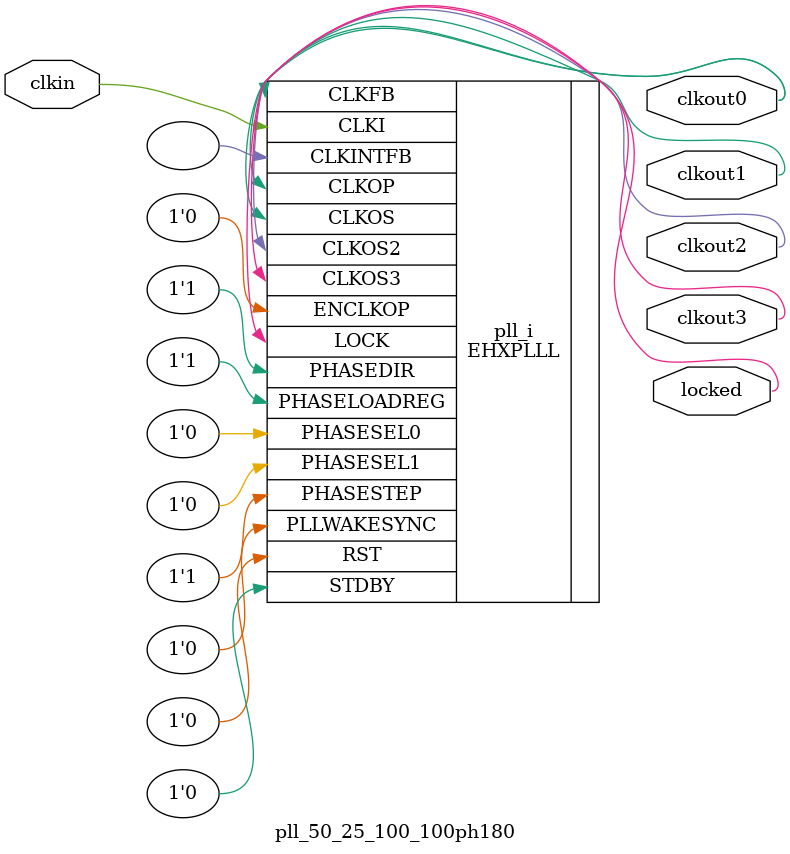
<source format=v>
module pll_50_25_100_100ph180
(
    input clkin, // 100 MHz, 0 deg
    output clkout0, // 50 MHz, 0 deg
    output clkout1, // 25 MHz, 0 deg
    output clkout2, // 100 MHz, 0 deg
    output clkout3, // 100 MHz, 180 deg
    output locked
);
(* FREQUENCY_PIN_CLKI="100" *)
(* FREQUENCY_PIN_CLKOP="50" *)
(* FREQUENCY_PIN_CLKOS="25" *)
(* FREQUENCY_PIN_CLKOS2="100" *)
(* FREQUENCY_PIN_CLKOS3="100" *)
(* ICP_CURRENT="12" *) (* LPF_RESISTOR="8" *) (* MFG_ENABLE_FILTEROPAMP="1" *) (* MFG_GMCREF_SEL="2" *)
EHXPLLL #(
        .PLLRST_ENA("DISABLED"),
        .INTFB_WAKE("DISABLED"),
        .STDBY_ENABLE("DISABLED"),
        .DPHASE_SOURCE("DISABLED"),
        .OUTDIVIDER_MUXA("DIVA"),
        .OUTDIVIDER_MUXB("DIVB"),
        .OUTDIVIDER_MUXC("DIVC"),
        .OUTDIVIDER_MUXD("DIVD"),
        .CLKI_DIV(2),
        .CLKOP_ENABLE("ENABLED"),
        .CLKOP_DIV(12),
        .CLKOP_CPHASE(5),
        .CLKOP_FPHASE(0),
        .CLKOS_ENABLE("ENABLED"),
        .CLKOS_DIV(24),
        .CLKOS_CPHASE(5),
        .CLKOS_FPHASE(0),
        .CLKOS2_ENABLE("ENABLED"),
        .CLKOS2_DIV(6),
        .CLKOS2_CPHASE(5),
        .CLKOS2_FPHASE(0),
        .CLKOS3_ENABLE("ENABLED"),
        .CLKOS3_DIV(6),
        .CLKOS3_CPHASE(8),
        .CLKOS3_FPHASE(0),
        .FEEDBK_PATH("CLKOP"),
        .CLKFB_DIV(1)
    ) pll_i (
        .RST(1'b0),
        .STDBY(1'b0),
        .CLKI(clkin),
        .CLKOP(clkout0),
        .CLKOS(clkout1),
        .CLKOS2(clkout2),
        .CLKOS3(clkout3),
        .CLKFB(clkout0),
        .CLKINTFB(),
        .PHASESEL0(1'b0),
        .PHASESEL1(1'b0),
        .PHASEDIR(1'b1),
        .PHASESTEP(1'b1),
        .PHASELOADREG(1'b1),
        .PLLWAKESYNC(1'b0),
        .ENCLKOP(1'b0),
        .LOCK(locked)
	);
endmodule

</source>
